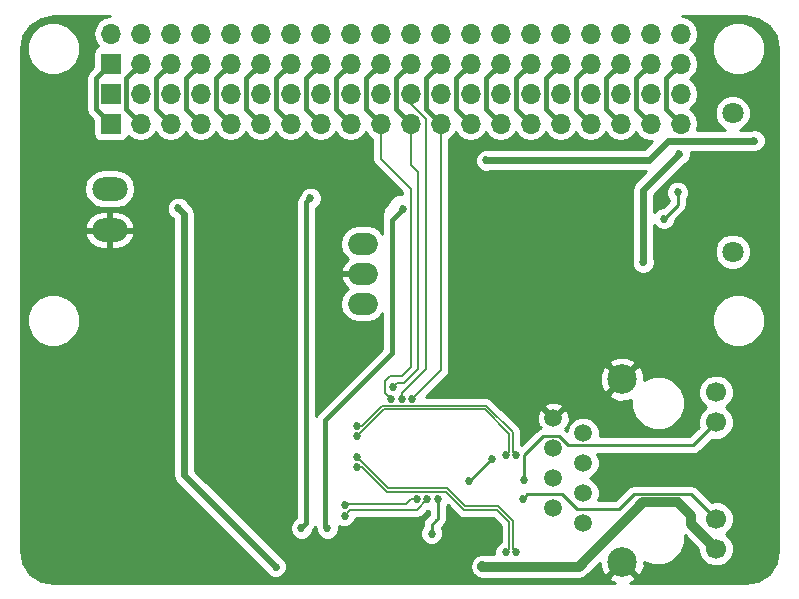
<source format=gbr>
G04 #@! TF.FileFunction,Copper,L2,Bot,Signal*
%FSLAX46Y46*%
G04 Gerber Fmt 4.6, Leading zero omitted, Abs format (unit mm)*
G04 Created by KiCad (PCBNEW 4.0.1-stable) date 19-02-2017 19:17:03*
%MOMM*%
G01*
G04 APERTURE LIST*
%ADD10C,0.100000*%
%ADD11C,1.500000*%
%ADD12C,2.500000*%
%ADD13C,1.700000*%
%ADD14O,2.500000X1.900000*%
%ADD15O,3.000000X2.000000*%
%ADD16R,1.700000X1.700000*%
%ADD17O,1.700000X1.700000*%
%ADD18C,1.800000*%
%ADD19C,0.685800*%
%ADD20C,0.609600*%
%ADD21C,0.406400*%
%ADD22C,0.254000*%
%ADD23C,0.812800*%
%ADD24C,0.152400*%
%ADD25C,0.203200*%
G04 APERTURE END LIST*
D10*
D11*
X-24129000Y16321000D03*
X-26669000Y17591000D03*
X-24129000Y18861000D03*
X-26669000Y20131000D03*
X-24129000Y21401000D03*
X-26669000Y22671000D03*
X-24129000Y23941000D03*
X-26669000Y25211000D03*
D12*
X-20829000Y28516000D03*
X-20829000Y13026000D03*
D13*
X-12879000Y14146000D03*
X-12879000Y16686000D03*
X-12879000Y24856000D03*
X-12879000Y27396000D03*
D14*
X-42792920Y34903640D03*
X-42792920Y37443640D03*
X-42792920Y39983640D03*
D15*
X-64213800Y41139400D03*
X-64213800Y44639400D03*
D16*
X-64130000Y50150000D03*
D17*
X-61590000Y50150000D03*
X-59050000Y50150000D03*
X-56510000Y50150000D03*
X-53970000Y50150000D03*
X-51430000Y50150000D03*
X-48890000Y50150000D03*
X-46350000Y50150000D03*
X-43810000Y50150000D03*
X-41270000Y50150000D03*
X-38730000Y50150000D03*
X-36190000Y50150000D03*
X-33650000Y50150000D03*
X-31110000Y50150000D03*
X-28570000Y50150000D03*
X-26030000Y50150000D03*
X-23490000Y50150000D03*
X-20950000Y50150000D03*
X-18410000Y50150000D03*
X-15870000Y50150000D03*
D16*
X-64130000Y55230000D03*
D17*
X-64130000Y57770000D03*
X-61590000Y55230000D03*
X-61590000Y57770000D03*
X-59050000Y55230000D03*
X-59050000Y57770000D03*
X-56510000Y55230000D03*
X-56510000Y57770000D03*
X-53970000Y55230000D03*
X-53970000Y57770000D03*
X-51430000Y55230000D03*
X-51430000Y57770000D03*
X-48890000Y55230000D03*
X-48890000Y57770000D03*
X-46350000Y55230000D03*
X-46350000Y57770000D03*
X-43810000Y55230000D03*
X-43810000Y57770000D03*
X-41270000Y55230000D03*
X-41270000Y57770000D03*
X-38730000Y55230000D03*
X-38730000Y57770000D03*
X-36190000Y55230000D03*
X-36190000Y57770000D03*
X-33650000Y55230000D03*
X-33650000Y57770000D03*
X-31110000Y55230000D03*
X-31110000Y57770000D03*
X-28570000Y55230000D03*
X-28570000Y57770000D03*
X-26030000Y55230000D03*
X-26030000Y57770000D03*
X-23490000Y55230000D03*
X-23490000Y57770000D03*
X-20950000Y55230000D03*
X-20950000Y57770000D03*
X-18410000Y55230000D03*
X-18410000Y57770000D03*
X-15870000Y55230000D03*
X-15870000Y57770000D03*
D18*
X-11469640Y51042900D03*
X-11469640Y39307900D03*
D16*
X-64130000Y52690000D03*
D17*
X-61590000Y52690000D03*
X-59050000Y52690000D03*
X-56510000Y52690000D03*
X-53970000Y52690000D03*
X-51430000Y52690000D03*
X-48890000Y52690000D03*
X-46350000Y52690000D03*
X-43810000Y52690000D03*
X-41270000Y52690000D03*
X-38730000Y52690000D03*
X-36190000Y52690000D03*
X-33650000Y52690000D03*
X-31110000Y52690000D03*
X-28570000Y52690000D03*
X-26030000Y52690000D03*
X-23490000Y52690000D03*
X-20950000Y52690000D03*
X-18410000Y52690000D03*
X-15870000Y52690000D03*
D19*
X-50164000Y12638000D03*
X-58419000Y42991000D03*
X-32320500Y47042300D03*
X-9651000Y48706000D03*
X-16128000Y44337200D03*
X-17296400Y42102000D03*
X-32687400Y12662000D03*
X-33781000Y19877000D03*
X-31876000Y21782000D03*
X-19049000Y38419000D03*
X-16001000Y47563000D03*
X-36956000Y15432000D03*
X-36448000Y18353000D03*
X-44322000Y17845000D03*
X-38226000Y18353000D03*
X-44322000Y16956000D03*
X-37337000Y18353000D03*
X-29244560Y18408880D03*
X-29107400Y20004000D03*
X-40385000Y26862000D03*
X-40258000Y27878000D03*
X-38607000Y26862000D03*
X-39496000Y26862000D03*
X-43243498Y21044482D03*
X-30660736Y13853579D03*
X-43243498Y21882682D03*
X-29822536Y13853579D03*
X-43244121Y23723360D03*
X-30669500Y22061400D03*
X-43244121Y24561560D03*
X-29831300Y22061400D03*
X-47992300Y15901900D03*
X-47230300Y43841900D03*
X-39394400Y42889400D03*
X-45795200Y15914600D03*
D20*
X-50164000Y12638000D02*
X-57911000Y20385000D01*
X-57911000Y20385000D02*
X-57911000Y42483000D01*
X-57911000Y42483000D02*
X-58419000Y42991000D01*
X-21436321Y47045119D02*
X-32317681Y47045119D01*
X-32317681Y47045119D02*
X-32320500Y47042300D01*
X-9651000Y48706000D02*
X-16925560Y48706000D01*
X-16925560Y48706000D02*
X-18586441Y47045119D01*
X-18586441Y47045119D02*
X-21436321Y47045119D01*
D21*
X-64130000Y55230000D02*
X-65383201Y53976799D01*
X-65383201Y53976799D02*
X-65383201Y51403201D01*
X-65383201Y51403201D02*
X-64130000Y50150000D01*
X-43810000Y55230000D02*
X-45063201Y53976799D01*
X-45063201Y53976799D02*
X-45063201Y51403201D01*
X-45063201Y51403201D02*
X-44659999Y50999999D01*
X-44659999Y50999999D02*
X-43810000Y50150000D01*
X-61590000Y55230000D02*
X-62843201Y53976799D01*
X-62843201Y53976799D02*
X-62843201Y51403201D01*
X-62843201Y51403201D02*
X-62439999Y50999999D01*
X-62439999Y50999999D02*
X-61590000Y50150000D01*
X-59050000Y55230000D02*
X-60303201Y53976799D01*
X-60303201Y53976799D02*
X-60303201Y51403201D01*
X-59899999Y50999999D02*
X-59050000Y50150000D01*
X-60303201Y51403201D02*
X-59899999Y50999999D01*
X-56510000Y55230000D02*
X-57763201Y53976799D01*
X-57763201Y53976799D02*
X-57763201Y51403201D01*
X-57763201Y51403201D02*
X-57359999Y50999999D01*
X-57359999Y50999999D02*
X-56510000Y50150000D01*
X-53970000Y55230000D02*
X-55223201Y53976799D01*
X-55223201Y53976799D02*
X-55223201Y51403201D01*
X-55223201Y51403201D02*
X-54819999Y50999999D01*
X-54819999Y50999999D02*
X-53970000Y50150000D01*
X-33650000Y55230000D02*
X-34903201Y53976799D01*
X-34499999Y50999999D02*
X-33650000Y50150000D01*
X-34903201Y53976799D02*
X-34903201Y51403201D01*
X-34903201Y51403201D02*
X-34499999Y50999999D01*
X-15870000Y55230000D02*
X-17123201Y53976799D01*
X-16719999Y50999999D02*
X-15870000Y50150000D01*
X-17123201Y53976799D02*
X-17123201Y51403201D01*
X-17123201Y51403201D02*
X-16719999Y50999999D01*
X-51430000Y55230000D02*
X-52683201Y53976799D01*
X-52683201Y53976799D02*
X-52683201Y51403201D01*
X-52683201Y51403201D02*
X-52279999Y50999999D01*
X-52279999Y50999999D02*
X-51430000Y50150000D01*
X-48890000Y55230000D02*
X-50143201Y53976799D01*
X-50143201Y53976799D02*
X-50143201Y51403201D01*
X-50143201Y51403201D02*
X-49739999Y50999999D01*
X-49739999Y50999999D02*
X-48890000Y50150000D01*
X-46350000Y55230000D02*
X-47603201Y53976799D01*
X-47603201Y53976799D02*
X-47603201Y51403201D01*
X-47603201Y51403201D02*
X-47199999Y50999999D01*
X-47199999Y50999999D02*
X-46350000Y50150000D01*
X-31110000Y55230000D02*
X-32363201Y53976799D01*
X-31959999Y50999999D02*
X-31110000Y50150000D01*
X-32363201Y53976799D02*
X-32363201Y51403201D01*
X-32363201Y51403201D02*
X-31959999Y50999999D01*
X-28570000Y55230000D02*
X-29823201Y53976799D01*
X-29823201Y53976799D02*
X-29823201Y51403201D01*
X-29823201Y51403201D02*
X-29419999Y50999999D01*
X-29419999Y50999999D02*
X-28570000Y50150000D01*
X-26030000Y55230000D02*
X-27283201Y53976799D01*
X-27283201Y53976799D02*
X-27283201Y51403201D01*
X-27283201Y51403201D02*
X-26879999Y50999999D01*
X-26879999Y50999999D02*
X-26030000Y50150000D01*
X-23490000Y55230000D02*
X-24743201Y53976799D01*
X-24743201Y53976799D02*
X-24743201Y51403201D01*
X-24743201Y51403201D02*
X-24339999Y50999999D01*
X-24339999Y50999999D02*
X-23490000Y50150000D01*
X-20950000Y55230000D02*
X-22203201Y53976799D01*
X-22203201Y53976799D02*
X-22203201Y51403201D01*
X-22203201Y51403201D02*
X-21799999Y50999999D01*
X-21799999Y50999999D02*
X-20950000Y50150000D01*
X-18410000Y55230000D02*
X-19663201Y53976799D01*
X-19663201Y53976799D02*
X-19663201Y51403201D01*
X-19663201Y51403201D02*
X-19259999Y50999999D01*
X-19259999Y50999999D02*
X-18410000Y50150000D01*
D22*
X-17296400Y42102000D02*
X-16128000Y43270400D01*
X-16128000Y43270400D02*
X-16128000Y44337200D01*
D23*
X-12879000Y14146000D02*
X-14985000Y16252000D01*
X-14985000Y16252000D02*
X-14985000Y16956000D01*
X-14985000Y16956000D02*
X-16128000Y18099000D01*
X-16128000Y18099000D02*
X-19049000Y18099000D01*
X-19049000Y18099000D02*
X-24510000Y12638000D01*
X-24510000Y12638000D02*
X-32663400Y12638000D01*
X-32663400Y12638000D02*
X-32687400Y12662000D01*
D22*
X-36956000Y16194000D02*
X-36956000Y15432000D01*
D24*
X-36448000Y16702000D02*
X-36575000Y16575000D01*
D22*
X-36956000Y16194000D02*
X-36575000Y16575000D01*
X-36448000Y18353000D02*
X-36448000Y16702000D01*
X-31876000Y21782000D02*
X-33781000Y19877000D01*
D20*
X-16001000Y47563000D02*
X-19049000Y44515000D01*
X-19049000Y44515000D02*
X-19049000Y38419000D01*
D24*
X-39091933Y17972000D02*
X-44195000Y17972000D01*
X-44195000Y17972000D02*
X-44322000Y17845000D01*
X-38226000Y18353000D02*
X-38710933Y18353000D01*
X-38710933Y18353000D02*
X-39091933Y17972000D01*
X-43837067Y17464000D02*
X-43837067Y17440933D01*
X-43837067Y17440933D02*
X-44322000Y16956000D01*
X-43837067Y17464000D02*
X-38226000Y17464000D01*
X-38226000Y17464000D02*
X-37337000Y18353000D01*
D22*
X-24688679Y17535999D02*
X-25904459Y18751779D01*
X-19841072Y18784811D02*
X-21089884Y17535999D01*
X-21089884Y17535999D02*
X-24688679Y17535999D01*
X-14977811Y18784811D02*
X-19841072Y18784811D01*
X-12879000Y16686000D02*
X-14977811Y18784811D01*
X-28901661Y18751779D02*
X-29244560Y18408880D01*
X-25904459Y18751779D02*
X-28901661Y18751779D01*
X-25386085Y22911599D02*
X-26174887Y23700401D01*
X-27519199Y23700401D02*
X-29107400Y22112200D01*
X-26174887Y23700401D02*
X-27519199Y23700401D01*
X-12879000Y24856000D02*
X-14823401Y22911599D01*
X-29107400Y22112200D02*
X-29107400Y20004000D01*
X-14823401Y22911599D02*
X-25386085Y22911599D01*
D25*
X-40385000Y26862000D02*
X-40893000Y27370000D01*
X-40893000Y27370000D02*
X-40893000Y28386000D01*
X-40893000Y28386000D02*
X-40512000Y28767000D01*
X-38734000Y29529000D02*
X-38734000Y44642000D01*
X-40512000Y28767000D02*
X-39496000Y28767000D01*
X-39496000Y28767000D02*
X-38734000Y29529000D01*
X-38734000Y44642000D02*
X-41270000Y47178000D01*
X-41270000Y47178000D02*
X-41270000Y50150000D01*
D21*
X-41270000Y55230000D02*
X-42523201Y53976799D01*
X-42523201Y53976799D02*
X-42523201Y51403201D01*
X-42523201Y51403201D02*
X-42119999Y50999999D01*
X-42119999Y50999999D02*
X-41270000Y50150000D01*
D25*
X-40258000Y27878000D02*
X-39915101Y28220899D01*
X-39915101Y28220899D02*
X-39280101Y28220899D01*
X-39280101Y28220899D02*
X-38099000Y29402000D01*
X-38099000Y46039000D02*
X-38099000Y29402000D01*
X-38730000Y46670000D02*
X-38099000Y46039000D01*
X-38730000Y50150000D02*
X-38730000Y46670000D01*
D21*
X-38730000Y55230000D02*
X-39983201Y53976799D01*
X-39983201Y53976799D02*
X-39983201Y51403201D01*
X-39983201Y51403201D02*
X-39579999Y50999999D01*
X-39579999Y50999999D02*
X-38730000Y50150000D01*
D25*
X-38607000Y26862000D02*
X-36190000Y29279000D01*
X-36190000Y29279000D02*
X-36190000Y50150000D01*
D21*
X-36190000Y55230000D02*
X-37443201Y53976799D01*
X-37443201Y53976799D02*
X-37443201Y51403201D01*
X-37443201Y51403201D02*
X-37039999Y50999999D01*
X-37039999Y50999999D02*
X-36190000Y50150000D01*
D25*
X-37464000Y29378933D02*
X-37464000Y50517922D01*
X-37464000Y50517922D02*
X-38730000Y51783922D01*
X-38730000Y51783922D02*
X-38730000Y52690000D01*
X-39496000Y26862000D02*
X-39496000Y27346933D01*
X-39496000Y27346933D02*
X-37464000Y29378933D01*
D24*
X-30394035Y14120280D02*
X-30660736Y13853579D01*
X-30394035Y16401509D02*
X-30394035Y14120280D01*
X-34225126Y17438600D02*
X-31431126Y17438600D01*
X-35749126Y18962600D02*
X-34225126Y17438600D01*
X-40754468Y18962600D02*
X-35749126Y18962600D01*
X-42836350Y21044482D02*
X-40754468Y18962600D01*
X-31431126Y17438600D02*
X-30394035Y16401509D01*
X-43243498Y21044482D02*
X-42836350Y21044482D01*
X-30089237Y16527763D02*
X-30089237Y14120280D01*
X-31304874Y17743400D02*
X-30089237Y16527763D01*
X-30089237Y14120280D02*
X-29822536Y13853579D01*
X-40628216Y19267400D02*
X-35622874Y19267400D01*
X-35622874Y19267400D02*
X-34098874Y17743400D01*
X-34098874Y17743400D02*
X-31304874Y17743400D01*
X-43243498Y21882682D02*
X-40628216Y19267400D01*
X-30402799Y22328101D02*
X-30669500Y22061400D01*
X-43244121Y23723360D02*
X-41019881Y25947600D01*
X-32447126Y25947600D02*
X-30402799Y23903273D01*
X-30402799Y23903273D02*
X-30402799Y22328101D01*
X-41019881Y25947600D02*
X-32447126Y25947600D01*
X-32320874Y26252400D02*
X-30098001Y24029527D01*
X-30098001Y22328101D02*
X-29831300Y22061400D01*
X-30098001Y24029527D02*
X-30098001Y22328101D01*
X-43244121Y24561560D02*
X-42836973Y24561560D01*
X-41146133Y26252400D02*
X-32320874Y26252400D01*
X-42836973Y24561560D02*
X-41146133Y26252400D01*
D21*
X-47230300Y43841900D02*
X-47573199Y43499001D01*
X-47573199Y43499001D02*
X-47573199Y16321001D01*
X-47573199Y16321001D02*
X-47992300Y15901900D01*
X-40296100Y41340000D02*
X-40296100Y30748200D01*
X-40296100Y41340000D02*
X-40296100Y41987700D01*
X-40296100Y41987700D02*
X-39394400Y42889400D01*
X-45973000Y25071300D02*
X-45973000Y16092400D01*
X-45973000Y16092400D02*
X-45795200Y15914600D01*
X-40296100Y30748200D02*
X-45973000Y25071300D01*
D22*
G36*
X-64698285Y59171054D02*
X-65180054Y58849147D01*
X-65501961Y58367378D01*
X-65615000Y57799093D01*
X-65615000Y57740907D01*
X-65501961Y57172622D01*
X-65180054Y56690853D01*
X-65178821Y56690029D01*
X-65215317Y56683162D01*
X-65431441Y56544090D01*
X-65576431Y56331890D01*
X-65627440Y56080000D01*
X-65627440Y54917954D01*
X-65975898Y54569496D01*
X-66157597Y54297565D01*
X-66218489Y53991441D01*
X-66221401Y53976799D01*
X-66221401Y51403201D01*
X-66157597Y51082435D01*
X-65975898Y50810504D01*
X-65627440Y50462046D01*
X-65627440Y49300000D01*
X-65583162Y49064683D01*
X-65444090Y48848559D01*
X-65231890Y48703569D01*
X-64980000Y48652560D01*
X-63280000Y48652560D01*
X-63044683Y48696838D01*
X-62828559Y48835910D01*
X-62683569Y49048110D01*
X-62669914Y49115541D01*
X-62640054Y49070853D01*
X-62158285Y48748946D01*
X-61590000Y48635907D01*
X-61021715Y48748946D01*
X-60539946Y49070853D01*
X-60320000Y49400026D01*
X-60100054Y49070853D01*
X-59618285Y48748946D01*
X-59050000Y48635907D01*
X-58481715Y48748946D01*
X-57999946Y49070853D01*
X-57780000Y49400026D01*
X-57560054Y49070853D01*
X-57078285Y48748946D01*
X-56510000Y48635907D01*
X-55941715Y48748946D01*
X-55459946Y49070853D01*
X-55240000Y49400026D01*
X-55020054Y49070853D01*
X-54538285Y48748946D01*
X-53970000Y48635907D01*
X-53401715Y48748946D01*
X-52919946Y49070853D01*
X-52700000Y49400026D01*
X-52480054Y49070853D01*
X-51998285Y48748946D01*
X-51430000Y48635907D01*
X-50861715Y48748946D01*
X-50379946Y49070853D01*
X-50160000Y49400026D01*
X-49940054Y49070853D01*
X-49458285Y48748946D01*
X-48890000Y48635907D01*
X-48321715Y48748946D01*
X-47839946Y49070853D01*
X-47620000Y49400026D01*
X-47400054Y49070853D01*
X-46918285Y48748946D01*
X-46350000Y48635907D01*
X-45781715Y48748946D01*
X-45299946Y49070853D01*
X-45080000Y49400026D01*
X-44860054Y49070853D01*
X-44378285Y48748946D01*
X-43810000Y48635907D01*
X-43241715Y48748946D01*
X-42759946Y49070853D01*
X-42540000Y49400026D01*
X-42320054Y49070853D01*
X-42006600Y48861410D01*
X-42006600Y47178000D01*
X-41950530Y46896115D01*
X-41790855Y46657145D01*
X-39470600Y44336890D01*
X-39470600Y44150705D01*
X-39491130Y44159230D01*
X-39880163Y44159569D01*
X-40239712Y44011007D01*
X-40515040Y43736159D01*
X-40655500Y43397894D01*
X-40888797Y43164597D01*
X-41070496Y42892666D01*
X-41094020Y42774400D01*
X-41134300Y42571900D01*
X-41134300Y40803696D01*
X-41335227Y41104404D01*
X-41849438Y41447989D01*
X-42455991Y41568640D01*
X-43129849Y41568640D01*
X-43736402Y41447989D01*
X-44250613Y41104404D01*
X-44594198Y40590193D01*
X-44714849Y39983640D01*
X-44594198Y39377087D01*
X-44250613Y38862876D01*
X-44013111Y38704182D01*
X-44303487Y38474601D01*
X-44605870Y37932860D01*
X-44633506Y37816228D01*
X-44513504Y37570640D01*
X-42919920Y37570640D01*
X-42919920Y37590640D01*
X-42665920Y37590640D01*
X-42665920Y37570640D01*
X-42645920Y37570640D01*
X-42645920Y37316640D01*
X-42665920Y37316640D01*
X-42665920Y37296640D01*
X-42919920Y37296640D01*
X-42919920Y37316640D01*
X-44513504Y37316640D01*
X-44633506Y37071052D01*
X-44605870Y36954420D01*
X-44303487Y36412679D01*
X-44013111Y36183098D01*
X-44250613Y36024404D01*
X-44594198Y35510193D01*
X-44714849Y34903640D01*
X-44594198Y34297087D01*
X-44250613Y33782876D01*
X-43736402Y33439291D01*
X-43129849Y33318640D01*
X-42455991Y33318640D01*
X-41849438Y33439291D01*
X-41335227Y33782876D01*
X-41134300Y34083584D01*
X-41134300Y31095394D01*
X-46565697Y25663997D01*
X-46734999Y25410619D01*
X-46734999Y42988465D01*
X-46677088Y43012393D01*
X-46401760Y43287241D01*
X-46252570Y43646530D01*
X-46252231Y44035563D01*
X-46400793Y44395112D01*
X-46675641Y44670440D01*
X-47034930Y44819630D01*
X-47423963Y44819969D01*
X-47783512Y44671407D01*
X-48058840Y44396559D01*
X-48208030Y44037270D01*
X-48208038Y44028629D01*
X-48347595Y43819767D01*
X-48364513Y43734712D01*
X-48411399Y43499001D01*
X-48411399Y16786821D01*
X-48545512Y16731407D01*
X-48820840Y16456559D01*
X-48970030Y16097270D01*
X-48970369Y15708237D01*
X-48821807Y15348688D01*
X-48546959Y15073360D01*
X-48187670Y14924170D01*
X-47798637Y14923831D01*
X-47439088Y15072393D01*
X-47163760Y15347241D01*
X-47023300Y15685506D01*
X-46980502Y15728304D01*
X-46798803Y16000235D01*
X-46795835Y16015155D01*
X-46773112Y15900919D01*
X-46773269Y15720937D01*
X-46624707Y15361388D01*
X-46349859Y15086060D01*
X-45990570Y14936870D01*
X-45601537Y14936531D01*
X-45241988Y15085093D01*
X-44966660Y15359941D01*
X-44817470Y15719230D01*
X-44817136Y16102744D01*
X-44517370Y15978270D01*
X-44128337Y15977931D01*
X-43768788Y16126493D01*
X-43493460Y16401341D01*
X-43347521Y16752800D01*
X-38226000Y16752800D01*
X-37953835Y16806937D01*
X-37723106Y16961106D01*
X-37309137Y17375075D01*
X-37210000Y17374989D01*
X-37210000Y17017631D01*
X-37494815Y16732815D01*
X-37659996Y16485605D01*
X-37718000Y16194000D01*
X-37718000Y16053083D01*
X-37784540Y15986659D01*
X-37933730Y15627370D01*
X-37934069Y15238337D01*
X-37785507Y14878788D01*
X-37510659Y14603460D01*
X-37151370Y14454270D01*
X-36762337Y14453931D01*
X-36402788Y14602493D01*
X-36127460Y14877341D01*
X-35978270Y15236630D01*
X-35977931Y15625663D01*
X-36114992Y15957377D01*
X-36036185Y16036184D01*
X-35985315Y16112316D01*
X-35909185Y16163185D01*
X-35744004Y16410395D01*
X-35686000Y16702000D01*
X-35686000Y17731917D01*
X-35619460Y17798341D01*
X-35611009Y17818694D01*
X-34728021Y16935706D01*
X-34625091Y16866931D01*
X-34497290Y16781537D01*
X-34225126Y16727400D01*
X-31725714Y16727400D01*
X-31105235Y16106921D01*
X-31105235Y14728005D01*
X-31213948Y14683086D01*
X-31489276Y14408238D01*
X-31638466Y14048949D01*
X-31638788Y13679400D01*
X-32566744Y13679400D01*
X-32687400Y13703400D01*
X-33085926Y13624128D01*
X-33423781Y13398381D01*
X-33649528Y13060526D01*
X-33728800Y12662000D01*
X-33649528Y12263474D01*
X-33423781Y11925619D01*
X-33399781Y11901619D01*
X-33061927Y11675872D01*
X-32663400Y11596600D01*
X-24510000Y11596600D01*
X-24111473Y11675872D01*
X-23773619Y11901619D01*
X-22712967Y12962271D01*
X-22703250Y12600565D01*
X-22455123Y12001533D01*
X-22162320Y11872285D01*
X-21008605Y13026000D01*
X-21022747Y13040142D01*
X-20843142Y13219747D01*
X-20829000Y13205605D01*
X-20814857Y13219747D01*
X-20635252Y13040142D01*
X-20649395Y13026000D01*
X-19495680Y11872285D01*
X-19202877Y12001533D01*
X-18934612Y12701806D01*
X-18944389Y13065750D01*
X-18235509Y12771397D01*
X-17326479Y12770604D01*
X-16486342Y13117742D01*
X-15843001Y13759961D01*
X-15494397Y14599491D01*
X-15493796Y15288034D01*
X-14363990Y14158228D01*
X-14364257Y13851911D01*
X-14138656Y13305914D01*
X-13721283Y12887812D01*
X-13175681Y12661258D01*
X-12584911Y12660743D01*
X-12038914Y12886344D01*
X-11620812Y13303717D01*
X-11394258Y13849319D01*
X-11393743Y14440089D01*
X-11619344Y14986086D01*
X-12036717Y15404188D01*
X-12064557Y15415748D01*
X-12038914Y15426344D01*
X-11620812Y15843717D01*
X-11394258Y16389319D01*
X-11393743Y16980089D01*
X-11619344Y17526086D01*
X-12036717Y17944188D01*
X-12582319Y18170742D01*
X-13173089Y18171257D01*
X-13253431Y18138061D01*
X-14438996Y19323626D01*
X-14471637Y19345436D01*
X-14686206Y19488807D01*
X-14977811Y19546811D01*
X-19841072Y19546811D01*
X-20132677Y19488807D01*
X-20347246Y19345436D01*
X-20379887Y19323626D01*
X-21405514Y18297999D01*
X-22863123Y18297999D01*
X-22744241Y18584298D01*
X-22743760Y19135285D01*
X-22954169Y19644515D01*
X-23343436Y20034461D01*
X-23575870Y20130976D01*
X-23345485Y20226169D01*
X-22955539Y20615436D01*
X-22744241Y21124298D01*
X-22743760Y21675285D01*
X-22939742Y22149599D01*
X-14823401Y22149599D01*
X-14531796Y22207603D01*
X-14284586Y22372784D01*
X-13253711Y23403659D01*
X-13175681Y23371258D01*
X-12584911Y23370743D01*
X-12038914Y23596344D01*
X-11620812Y24013717D01*
X-11394258Y24559319D01*
X-11393743Y25150089D01*
X-11619344Y25696086D01*
X-12036717Y26114188D01*
X-12064557Y26125748D01*
X-12038914Y26136344D01*
X-11620812Y26553717D01*
X-11394258Y27099319D01*
X-11393743Y27690089D01*
X-11619344Y28236086D01*
X-12036717Y28654188D01*
X-12582319Y28880742D01*
X-13173089Y28881257D01*
X-13719086Y28655656D01*
X-14137188Y28238283D01*
X-14363742Y27692681D01*
X-14364257Y27101911D01*
X-14138656Y26555914D01*
X-13721283Y26137812D01*
X-13693443Y26126252D01*
X-13719086Y26115656D01*
X-14137188Y25698283D01*
X-14363742Y25152681D01*
X-14364257Y24561911D01*
X-14331061Y24481570D01*
X-15139031Y23673599D01*
X-22744233Y23673599D01*
X-22743760Y24215285D01*
X-22954169Y24724515D01*
X-23343436Y25114461D01*
X-23852298Y25325759D01*
X-24403285Y25326240D01*
X-24912515Y25115831D01*
X-25302461Y24726564D01*
X-25513759Y24217702D01*
X-25513847Y24116991D01*
X-25636072Y24239216D01*
X-25642769Y24243691D01*
X-25582426Y24304034D01*
X-25697481Y24419089D01*
X-25456540Y24487077D01*
X-25271799Y25006171D01*
X-25299770Y25556448D01*
X-25456540Y25934923D01*
X-25697483Y26002912D01*
X-26489395Y25211000D01*
X-26475252Y25196857D01*
X-26654857Y25017252D01*
X-26669000Y25031395D01*
X-26683142Y25017252D01*
X-26862747Y25196857D01*
X-26848605Y25211000D01*
X-27640517Y26002912D01*
X-27881460Y25934923D01*
X-28066201Y25415829D01*
X-28038230Y24865552D01*
X-27881460Y24487077D01*
X-27680387Y24430339D01*
X-27810804Y24404397D01*
X-28058015Y24239216D01*
X-29368957Y22928273D01*
X-29386801Y22935682D01*
X-29386801Y24029527D01*
X-29431956Y24256537D01*
X-29440938Y24301692D01*
X-29595107Y24532421D01*
X-31245203Y26182517D01*
X-27460912Y26182517D01*
X-26669000Y25390605D01*
X-25877088Y26182517D01*
X-25945077Y26423460D01*
X-26464171Y26608201D01*
X-27014448Y26580230D01*
X-27392923Y26423460D01*
X-27460912Y26182517D01*
X-31245203Y26182517D01*
X-31817980Y26755294D01*
X-32048709Y26909463D01*
X-32320874Y26963600D01*
X-37463690Y26963600D01*
X-37244610Y27182680D01*
X-21982715Y27182680D01*
X-21853467Y26889877D01*
X-21153194Y26621612D01*
X-20403565Y26641750D01*
X-20063743Y26782509D01*
X-20064396Y26033479D01*
X-19717258Y25193342D01*
X-19075039Y24550001D01*
X-18235509Y24201397D01*
X-17326479Y24200604D01*
X-16486342Y24547742D01*
X-15843001Y25189961D01*
X-15494397Y26029491D01*
X-15493604Y26938521D01*
X-15840742Y27778658D01*
X-16482961Y28421999D01*
X-17322491Y28770603D01*
X-18231521Y28771396D01*
X-18942293Y28477711D01*
X-18954750Y28941435D01*
X-19202877Y29540467D01*
X-19495680Y29669715D01*
X-20649395Y28516000D01*
X-20635252Y28501857D01*
X-20814857Y28322252D01*
X-20829000Y28336395D01*
X-21982715Y27182680D01*
X-37244610Y27182680D01*
X-35669145Y28758145D01*
X-35614322Y28840194D01*
X-22723388Y28840194D01*
X-22703250Y28090565D01*
X-22455123Y27491533D01*
X-22162320Y27362285D01*
X-21008605Y28516000D01*
X-22162320Y29669715D01*
X-22455123Y29540467D01*
X-22723388Y28840194D01*
X-35614322Y28840194D01*
X-35509470Y28997115D01*
X-35453400Y29279000D01*
X-35453400Y29849320D01*
X-21982715Y29849320D01*
X-20829000Y28695605D01*
X-19675285Y29849320D01*
X-19804533Y30142123D01*
X-20504806Y30410388D01*
X-21254435Y30390250D01*
X-21853467Y30142123D01*
X-21982715Y29849320D01*
X-35453400Y29849320D01*
X-35453400Y33057381D01*
X-13235387Y33057381D01*
X-12895845Y32235628D01*
X-12267679Y31606364D01*
X-11446519Y31265389D01*
X-10557381Y31264613D01*
X-9735628Y31604155D01*
X-9106364Y32232321D01*
X-8765389Y33053481D01*
X-8764613Y33942619D01*
X-9104155Y34764372D01*
X-9732321Y35393636D01*
X-10553481Y35734611D01*
X-11442619Y35735387D01*
X-12264372Y35395845D01*
X-12893636Y34767679D01*
X-13234611Y33946519D01*
X-13235387Y33057381D01*
X-35453400Y33057381D01*
X-35453400Y48861410D01*
X-35139946Y49070853D01*
X-34920000Y49400026D01*
X-34700054Y49070853D01*
X-34218285Y48748946D01*
X-33650000Y48635907D01*
X-33081715Y48748946D01*
X-32599946Y49070853D01*
X-32380000Y49400026D01*
X-32160054Y49070853D01*
X-31678285Y48748946D01*
X-31110000Y48635907D01*
X-30541715Y48748946D01*
X-30059946Y49070853D01*
X-29840000Y49400026D01*
X-29620054Y49070853D01*
X-29138285Y48748946D01*
X-28570000Y48635907D01*
X-28001715Y48748946D01*
X-27519946Y49070853D01*
X-27300000Y49400026D01*
X-27080054Y49070853D01*
X-26598285Y48748946D01*
X-26030000Y48635907D01*
X-25461715Y48748946D01*
X-24979946Y49070853D01*
X-24760000Y49400026D01*
X-24540054Y49070853D01*
X-24058285Y48748946D01*
X-23490000Y48635907D01*
X-22921715Y48748946D01*
X-22439946Y49070853D01*
X-22220000Y49400026D01*
X-22000054Y49070853D01*
X-21518285Y48748946D01*
X-20950000Y48635907D01*
X-20381715Y48748946D01*
X-19899946Y49070853D01*
X-19680000Y49400026D01*
X-19460054Y49070853D01*
X-18978285Y48748946D01*
X-18410000Y48635907D01*
X-18303558Y48657080D01*
X-18975719Y47984919D01*
X-32040573Y47984919D01*
X-32125130Y48020030D01*
X-32514163Y48020369D01*
X-32873712Y47871807D01*
X-33149040Y47596959D01*
X-33298230Y47237670D01*
X-33298569Y46848637D01*
X-33150007Y46489088D01*
X-32875159Y46213760D01*
X-32515870Y46064570D01*
X-32126837Y46064231D01*
X-32027396Y46105319D01*
X-18787759Y46105319D01*
X-19713539Y45179539D01*
X-19917262Y44874646D01*
X-19988800Y44515000D01*
X-19988800Y38705715D01*
X-20026730Y38614370D01*
X-20027069Y38225337D01*
X-19878507Y37865788D01*
X-19603659Y37590460D01*
X-19244370Y37441270D01*
X-18855337Y37440931D01*
X-18495788Y37589493D01*
X-18220460Y37864341D01*
X-18071270Y38223630D01*
X-18070931Y38612663D01*
X-18109200Y38705281D01*
X-18109200Y39003909D01*
X-13004905Y39003909D01*
X-12771708Y38439529D01*
X-12340283Y38007349D01*
X-11776310Y37773167D01*
X-11165649Y37772635D01*
X-10601269Y38005832D01*
X-10169089Y38437257D01*
X-9934907Y39001230D01*
X-9934375Y39611891D01*
X-10167572Y40176271D01*
X-10598997Y40608451D01*
X-11162970Y40842633D01*
X-11773631Y40843165D01*
X-12338011Y40609968D01*
X-12770191Y40178543D01*
X-13004373Y39614570D01*
X-13004905Y39003909D01*
X-18109200Y39003909D01*
X-18109200Y41532052D01*
X-17851059Y41273460D01*
X-17491770Y41124270D01*
X-17102737Y41123931D01*
X-16743188Y41272493D01*
X-16467860Y41547341D01*
X-16318670Y41906630D01*
X-16318587Y42002183D01*
X-15589185Y42731585D01*
X-15424004Y42978795D01*
X-15403927Y43079730D01*
X-15366000Y43270400D01*
X-15366000Y43716117D01*
X-15299460Y43782541D01*
X-15150270Y44141830D01*
X-15149931Y44530863D01*
X-15298493Y44890412D01*
X-15573341Y45165740D01*
X-15932630Y45314930D01*
X-16321663Y45315269D01*
X-16681212Y45166707D01*
X-16956540Y44891859D01*
X-17105730Y44532570D01*
X-17106069Y44143537D01*
X-16957507Y43783988D01*
X-16890000Y43716363D01*
X-16890000Y43586030D01*
X-17396043Y43079987D01*
X-17490063Y43080069D01*
X-17849612Y42931507D01*
X-18109200Y42672372D01*
X-18109200Y44125722D01*
X-15539199Y46695723D01*
X-15447788Y46733493D01*
X-15172460Y47008341D01*
X-15023270Y47367630D01*
X-15022931Y47756663D01*
X-15026872Y47766200D01*
X-9937715Y47766200D01*
X-9846370Y47728270D01*
X-9457337Y47727931D01*
X-9097788Y47876493D01*
X-8822460Y48151341D01*
X-8673270Y48510630D01*
X-8672931Y48899663D01*
X-8821493Y49259212D01*
X-9096341Y49534540D01*
X-9455630Y49683730D01*
X-9844663Y49684069D01*
X-9937281Y49645800D01*
X-10831264Y49645800D01*
X-10601269Y49740832D01*
X-10169089Y50172257D01*
X-9934907Y50736230D01*
X-9934375Y51346891D01*
X-10167572Y51911271D01*
X-10598997Y52343451D01*
X-11162970Y52577633D01*
X-11773631Y52578165D01*
X-12338011Y52344968D01*
X-12770191Y51913543D01*
X-13004373Y51349570D01*
X-13004905Y50738909D01*
X-12771708Y50174529D01*
X-12340283Y49742349D01*
X-12107767Y49645800D01*
X-14479505Y49645800D01*
X-14385000Y50120907D01*
X-14385000Y50179093D01*
X-14498039Y50747378D01*
X-14819946Y51229147D01*
X-15105578Y51420000D01*
X-14819946Y51610853D01*
X-14498039Y52092622D01*
X-14385000Y52660907D01*
X-14385000Y52719093D01*
X-14498039Y53287378D01*
X-14819946Y53769147D01*
X-15105578Y53960000D01*
X-14819946Y54150853D01*
X-14498039Y54632622D01*
X-14385000Y55200907D01*
X-14385000Y55259093D01*
X-14498039Y55827378D01*
X-14651721Y56057381D01*
X-13235387Y56057381D01*
X-12895845Y55235628D01*
X-12267679Y54606364D01*
X-11446519Y54265389D01*
X-10557381Y54264613D01*
X-9735628Y54604155D01*
X-9106364Y55232321D01*
X-8765389Y56053481D01*
X-8764613Y56942619D01*
X-9104155Y57764372D01*
X-9732321Y58393636D01*
X-10553481Y58734611D01*
X-11442619Y58735387D01*
X-12264372Y58395845D01*
X-12893636Y57767679D01*
X-13234611Y56946519D01*
X-13235387Y56057381D01*
X-14651721Y56057381D01*
X-14819946Y56309147D01*
X-15105578Y56500000D01*
X-14819946Y56690853D01*
X-14498039Y57172622D01*
X-14385000Y57740907D01*
X-14385000Y57799093D01*
X-14498039Y58367378D01*
X-14819946Y58849147D01*
X-15301715Y59171054D01*
X-15774013Y59265000D01*
X-10437391Y59265000D01*
X-9312390Y59041223D01*
X-8420031Y58444969D01*
X-7823777Y57552610D01*
X-7600000Y56427610D01*
X-7600000Y14072390D01*
X-7823777Y12947390D01*
X-8420031Y12055031D01*
X-9312390Y11458777D01*
X-10437391Y11235000D01*
X-20202582Y11235000D01*
X-19804533Y11399877D01*
X-19675285Y11692680D01*
X-20829000Y12846395D01*
X-21982715Y11692680D01*
X-21853467Y11399877D01*
X-21423076Y11235000D01*
X-68927610Y11235000D01*
X-70052610Y11458777D01*
X-70944969Y12055031D01*
X-71541223Y12947390D01*
X-71765000Y14072391D01*
X-71765000Y33057381D01*
X-71235387Y33057381D01*
X-70895845Y32235628D01*
X-70267679Y31606364D01*
X-69446519Y31265389D01*
X-68557381Y31264613D01*
X-67735628Y31604155D01*
X-67106364Y32232321D01*
X-66765389Y33053481D01*
X-66764613Y33942619D01*
X-67104155Y34764372D01*
X-67732321Y35393636D01*
X-68553481Y35734611D01*
X-69442619Y35735387D01*
X-70264372Y35395845D01*
X-70893636Y34767679D01*
X-71234611Y33946519D01*
X-71235387Y33057381D01*
X-71765000Y33057381D01*
X-71765000Y40758966D01*
X-66303924Y40758966D01*
X-66272944Y40631045D01*
X-65959722Y40073083D01*
X-65456820Y39677458D01*
X-64840800Y39504400D01*
X-64340800Y39504400D01*
X-64340800Y41012400D01*
X-64086800Y41012400D01*
X-64086800Y39504400D01*
X-63586800Y39504400D01*
X-62970780Y39677458D01*
X-62467878Y40073083D01*
X-62154656Y40631045D01*
X-62123676Y40758966D01*
X-62243023Y41012400D01*
X-64086800Y41012400D01*
X-64340800Y41012400D01*
X-66184577Y41012400D01*
X-66303924Y40758966D01*
X-71765000Y40758966D01*
X-71765000Y41519834D01*
X-66303924Y41519834D01*
X-66184577Y41266400D01*
X-64340800Y41266400D01*
X-64340800Y42774400D01*
X-64086800Y42774400D01*
X-64086800Y41266400D01*
X-62243023Y41266400D01*
X-62123676Y41519834D01*
X-62154656Y41647755D01*
X-62467878Y42205717D01*
X-62970780Y42601342D01*
X-63586800Y42774400D01*
X-64086800Y42774400D01*
X-64340800Y42774400D01*
X-64840800Y42774400D01*
X-65456820Y42601342D01*
X-65959722Y42205717D01*
X-66272944Y41647755D01*
X-66303924Y41519834D01*
X-71765000Y41519834D01*
X-71765000Y42797337D01*
X-59397069Y42797337D01*
X-59248507Y42437788D01*
X-58973659Y42162460D01*
X-58881107Y42124029D01*
X-58850800Y42093722D01*
X-58850800Y20385000D01*
X-58779262Y20025354D01*
X-58575539Y19720461D01*
X-51031277Y12176199D01*
X-50993507Y12084788D01*
X-50718659Y11809460D01*
X-50359370Y11660270D01*
X-49970337Y11659931D01*
X-49610788Y11808493D01*
X-49335460Y12083341D01*
X-49186270Y12442630D01*
X-49185931Y12831663D01*
X-49334493Y13191212D01*
X-49609341Y13466540D01*
X-49701893Y13504971D01*
X-56971200Y20774278D01*
X-56971200Y42483000D01*
X-57042738Y42842646D01*
X-57246461Y43147539D01*
X-57551723Y43452801D01*
X-57589493Y43544212D01*
X-57864341Y43819540D01*
X-58223630Y43968730D01*
X-58612663Y43969069D01*
X-58972212Y43820507D01*
X-59247540Y43545659D01*
X-59396730Y43186370D01*
X-59397069Y42797337D01*
X-71765000Y42797337D01*
X-71765000Y44639400D01*
X-66390627Y44639400D01*
X-66266170Y44013713D01*
X-65911747Y43483280D01*
X-65381314Y43128857D01*
X-64755627Y43004400D01*
X-63671973Y43004400D01*
X-63046286Y43128857D01*
X-62515853Y43483280D01*
X-62161430Y44013713D01*
X-62036973Y44639400D01*
X-62161430Y45265087D01*
X-62515853Y45795520D01*
X-63046286Y46149943D01*
X-63671973Y46274400D01*
X-64755627Y46274400D01*
X-65381314Y46149943D01*
X-65911747Y45795520D01*
X-66266170Y45265087D01*
X-66390627Y44639400D01*
X-71765000Y44639400D01*
X-71765000Y56057381D01*
X-71235387Y56057381D01*
X-70895845Y55235628D01*
X-70267679Y54606364D01*
X-69446519Y54265389D01*
X-68557381Y54264613D01*
X-67735628Y54604155D01*
X-67106364Y55232321D01*
X-66765389Y56053481D01*
X-66764613Y56942619D01*
X-67104155Y57764372D01*
X-67732321Y58393636D01*
X-68553481Y58734611D01*
X-69442619Y58735387D01*
X-70264372Y58395845D01*
X-70893636Y57767679D01*
X-71234611Y56946519D01*
X-71235387Y56057381D01*
X-71765000Y56057381D01*
X-71765000Y56427609D01*
X-71541223Y57552610D01*
X-70944969Y58444969D01*
X-70052610Y59041223D01*
X-68927610Y59265000D01*
X-64225987Y59265000D01*
X-64698285Y59171054D01*
X-64698285Y59171054D01*
G37*
X-64698285Y59171054D02*
X-65180054Y58849147D01*
X-65501961Y58367378D01*
X-65615000Y57799093D01*
X-65615000Y57740907D01*
X-65501961Y57172622D01*
X-65180054Y56690853D01*
X-65178821Y56690029D01*
X-65215317Y56683162D01*
X-65431441Y56544090D01*
X-65576431Y56331890D01*
X-65627440Y56080000D01*
X-65627440Y54917954D01*
X-65975898Y54569496D01*
X-66157597Y54297565D01*
X-66218489Y53991441D01*
X-66221401Y53976799D01*
X-66221401Y51403201D01*
X-66157597Y51082435D01*
X-65975898Y50810504D01*
X-65627440Y50462046D01*
X-65627440Y49300000D01*
X-65583162Y49064683D01*
X-65444090Y48848559D01*
X-65231890Y48703569D01*
X-64980000Y48652560D01*
X-63280000Y48652560D01*
X-63044683Y48696838D01*
X-62828559Y48835910D01*
X-62683569Y49048110D01*
X-62669914Y49115541D01*
X-62640054Y49070853D01*
X-62158285Y48748946D01*
X-61590000Y48635907D01*
X-61021715Y48748946D01*
X-60539946Y49070853D01*
X-60320000Y49400026D01*
X-60100054Y49070853D01*
X-59618285Y48748946D01*
X-59050000Y48635907D01*
X-58481715Y48748946D01*
X-57999946Y49070853D01*
X-57780000Y49400026D01*
X-57560054Y49070853D01*
X-57078285Y48748946D01*
X-56510000Y48635907D01*
X-55941715Y48748946D01*
X-55459946Y49070853D01*
X-55240000Y49400026D01*
X-55020054Y49070853D01*
X-54538285Y48748946D01*
X-53970000Y48635907D01*
X-53401715Y48748946D01*
X-52919946Y49070853D01*
X-52700000Y49400026D01*
X-52480054Y49070853D01*
X-51998285Y48748946D01*
X-51430000Y48635907D01*
X-50861715Y48748946D01*
X-50379946Y49070853D01*
X-50160000Y49400026D01*
X-49940054Y49070853D01*
X-49458285Y48748946D01*
X-48890000Y48635907D01*
X-48321715Y48748946D01*
X-47839946Y49070853D01*
X-47620000Y49400026D01*
X-47400054Y49070853D01*
X-46918285Y48748946D01*
X-46350000Y48635907D01*
X-45781715Y48748946D01*
X-45299946Y49070853D01*
X-45080000Y49400026D01*
X-44860054Y49070853D01*
X-44378285Y48748946D01*
X-43810000Y48635907D01*
X-43241715Y48748946D01*
X-42759946Y49070853D01*
X-42540000Y49400026D01*
X-42320054Y49070853D01*
X-42006600Y48861410D01*
X-42006600Y47178000D01*
X-41950530Y46896115D01*
X-41790855Y46657145D01*
X-39470600Y44336890D01*
X-39470600Y44150705D01*
X-39491130Y44159230D01*
X-39880163Y44159569D01*
X-40239712Y44011007D01*
X-40515040Y43736159D01*
X-40655500Y43397894D01*
X-40888797Y43164597D01*
X-41070496Y42892666D01*
X-41094020Y42774400D01*
X-41134300Y42571900D01*
X-41134300Y40803696D01*
X-41335227Y41104404D01*
X-41849438Y41447989D01*
X-42455991Y41568640D01*
X-43129849Y41568640D01*
X-43736402Y41447989D01*
X-44250613Y41104404D01*
X-44594198Y40590193D01*
X-44714849Y39983640D01*
X-44594198Y39377087D01*
X-44250613Y38862876D01*
X-44013111Y38704182D01*
X-44303487Y38474601D01*
X-44605870Y37932860D01*
X-44633506Y37816228D01*
X-44513504Y37570640D01*
X-42919920Y37570640D01*
X-42919920Y37590640D01*
X-42665920Y37590640D01*
X-42665920Y37570640D01*
X-42645920Y37570640D01*
X-42645920Y37316640D01*
X-42665920Y37316640D01*
X-42665920Y37296640D01*
X-42919920Y37296640D01*
X-42919920Y37316640D01*
X-44513504Y37316640D01*
X-44633506Y37071052D01*
X-44605870Y36954420D01*
X-44303487Y36412679D01*
X-44013111Y36183098D01*
X-44250613Y36024404D01*
X-44594198Y35510193D01*
X-44714849Y34903640D01*
X-44594198Y34297087D01*
X-44250613Y33782876D01*
X-43736402Y33439291D01*
X-43129849Y33318640D01*
X-42455991Y33318640D01*
X-41849438Y33439291D01*
X-41335227Y33782876D01*
X-41134300Y34083584D01*
X-41134300Y31095394D01*
X-46565697Y25663997D01*
X-46734999Y25410619D01*
X-46734999Y42988465D01*
X-46677088Y43012393D01*
X-46401760Y43287241D01*
X-46252570Y43646530D01*
X-46252231Y44035563D01*
X-46400793Y44395112D01*
X-46675641Y44670440D01*
X-47034930Y44819630D01*
X-47423963Y44819969D01*
X-47783512Y44671407D01*
X-48058840Y44396559D01*
X-48208030Y44037270D01*
X-48208038Y44028629D01*
X-48347595Y43819767D01*
X-48364513Y43734712D01*
X-48411399Y43499001D01*
X-48411399Y16786821D01*
X-48545512Y16731407D01*
X-48820840Y16456559D01*
X-48970030Y16097270D01*
X-48970369Y15708237D01*
X-48821807Y15348688D01*
X-48546959Y15073360D01*
X-48187670Y14924170D01*
X-47798637Y14923831D01*
X-47439088Y15072393D01*
X-47163760Y15347241D01*
X-47023300Y15685506D01*
X-46980502Y15728304D01*
X-46798803Y16000235D01*
X-46795835Y16015155D01*
X-46773112Y15900919D01*
X-46773269Y15720937D01*
X-46624707Y15361388D01*
X-46349859Y15086060D01*
X-45990570Y14936870D01*
X-45601537Y14936531D01*
X-45241988Y15085093D01*
X-44966660Y15359941D01*
X-44817470Y15719230D01*
X-44817136Y16102744D01*
X-44517370Y15978270D01*
X-44128337Y15977931D01*
X-43768788Y16126493D01*
X-43493460Y16401341D01*
X-43347521Y16752800D01*
X-38226000Y16752800D01*
X-37953835Y16806937D01*
X-37723106Y16961106D01*
X-37309137Y17375075D01*
X-37210000Y17374989D01*
X-37210000Y17017631D01*
X-37494815Y16732815D01*
X-37659996Y16485605D01*
X-37718000Y16194000D01*
X-37718000Y16053083D01*
X-37784540Y15986659D01*
X-37933730Y15627370D01*
X-37934069Y15238337D01*
X-37785507Y14878788D01*
X-37510659Y14603460D01*
X-37151370Y14454270D01*
X-36762337Y14453931D01*
X-36402788Y14602493D01*
X-36127460Y14877341D01*
X-35978270Y15236630D01*
X-35977931Y15625663D01*
X-36114992Y15957377D01*
X-36036185Y16036184D01*
X-35985315Y16112316D01*
X-35909185Y16163185D01*
X-35744004Y16410395D01*
X-35686000Y16702000D01*
X-35686000Y17731917D01*
X-35619460Y17798341D01*
X-35611009Y17818694D01*
X-34728021Y16935706D01*
X-34625091Y16866931D01*
X-34497290Y16781537D01*
X-34225126Y16727400D01*
X-31725714Y16727400D01*
X-31105235Y16106921D01*
X-31105235Y14728005D01*
X-31213948Y14683086D01*
X-31489276Y14408238D01*
X-31638466Y14048949D01*
X-31638788Y13679400D01*
X-32566744Y13679400D01*
X-32687400Y13703400D01*
X-33085926Y13624128D01*
X-33423781Y13398381D01*
X-33649528Y13060526D01*
X-33728800Y12662000D01*
X-33649528Y12263474D01*
X-33423781Y11925619D01*
X-33399781Y11901619D01*
X-33061927Y11675872D01*
X-32663400Y11596600D01*
X-24510000Y11596600D01*
X-24111473Y11675872D01*
X-23773619Y11901619D01*
X-22712967Y12962271D01*
X-22703250Y12600565D01*
X-22455123Y12001533D01*
X-22162320Y11872285D01*
X-21008605Y13026000D01*
X-21022747Y13040142D01*
X-20843142Y13219747D01*
X-20829000Y13205605D01*
X-20814857Y13219747D01*
X-20635252Y13040142D01*
X-20649395Y13026000D01*
X-19495680Y11872285D01*
X-19202877Y12001533D01*
X-18934612Y12701806D01*
X-18944389Y13065750D01*
X-18235509Y12771397D01*
X-17326479Y12770604D01*
X-16486342Y13117742D01*
X-15843001Y13759961D01*
X-15494397Y14599491D01*
X-15493796Y15288034D01*
X-14363990Y14158228D01*
X-14364257Y13851911D01*
X-14138656Y13305914D01*
X-13721283Y12887812D01*
X-13175681Y12661258D01*
X-12584911Y12660743D01*
X-12038914Y12886344D01*
X-11620812Y13303717D01*
X-11394258Y13849319D01*
X-11393743Y14440089D01*
X-11619344Y14986086D01*
X-12036717Y15404188D01*
X-12064557Y15415748D01*
X-12038914Y15426344D01*
X-11620812Y15843717D01*
X-11394258Y16389319D01*
X-11393743Y16980089D01*
X-11619344Y17526086D01*
X-12036717Y17944188D01*
X-12582319Y18170742D01*
X-13173089Y18171257D01*
X-13253431Y18138061D01*
X-14438996Y19323626D01*
X-14471637Y19345436D01*
X-14686206Y19488807D01*
X-14977811Y19546811D01*
X-19841072Y19546811D01*
X-20132677Y19488807D01*
X-20347246Y19345436D01*
X-20379887Y19323626D01*
X-21405514Y18297999D01*
X-22863123Y18297999D01*
X-22744241Y18584298D01*
X-22743760Y19135285D01*
X-22954169Y19644515D01*
X-23343436Y20034461D01*
X-23575870Y20130976D01*
X-23345485Y20226169D01*
X-22955539Y20615436D01*
X-22744241Y21124298D01*
X-22743760Y21675285D01*
X-22939742Y22149599D01*
X-14823401Y22149599D01*
X-14531796Y22207603D01*
X-14284586Y22372784D01*
X-13253711Y23403659D01*
X-13175681Y23371258D01*
X-12584911Y23370743D01*
X-12038914Y23596344D01*
X-11620812Y24013717D01*
X-11394258Y24559319D01*
X-11393743Y25150089D01*
X-11619344Y25696086D01*
X-12036717Y26114188D01*
X-12064557Y26125748D01*
X-12038914Y26136344D01*
X-11620812Y26553717D01*
X-11394258Y27099319D01*
X-11393743Y27690089D01*
X-11619344Y28236086D01*
X-12036717Y28654188D01*
X-12582319Y28880742D01*
X-13173089Y28881257D01*
X-13719086Y28655656D01*
X-14137188Y28238283D01*
X-14363742Y27692681D01*
X-14364257Y27101911D01*
X-14138656Y26555914D01*
X-13721283Y26137812D01*
X-13693443Y26126252D01*
X-13719086Y26115656D01*
X-14137188Y25698283D01*
X-14363742Y25152681D01*
X-14364257Y24561911D01*
X-14331061Y24481570D01*
X-15139031Y23673599D01*
X-22744233Y23673599D01*
X-22743760Y24215285D01*
X-22954169Y24724515D01*
X-23343436Y25114461D01*
X-23852298Y25325759D01*
X-24403285Y25326240D01*
X-24912515Y25115831D01*
X-25302461Y24726564D01*
X-25513759Y24217702D01*
X-25513847Y24116991D01*
X-25636072Y24239216D01*
X-25642769Y24243691D01*
X-25582426Y24304034D01*
X-25697481Y24419089D01*
X-25456540Y24487077D01*
X-25271799Y25006171D01*
X-25299770Y25556448D01*
X-25456540Y25934923D01*
X-25697483Y26002912D01*
X-26489395Y25211000D01*
X-26475252Y25196857D01*
X-26654857Y25017252D01*
X-26669000Y25031395D01*
X-26683142Y25017252D01*
X-26862747Y25196857D01*
X-26848605Y25211000D01*
X-27640517Y26002912D01*
X-27881460Y25934923D01*
X-28066201Y25415829D01*
X-28038230Y24865552D01*
X-27881460Y24487077D01*
X-27680387Y24430339D01*
X-27810804Y24404397D01*
X-28058015Y24239216D01*
X-29368957Y22928273D01*
X-29386801Y22935682D01*
X-29386801Y24029527D01*
X-29431956Y24256537D01*
X-29440938Y24301692D01*
X-29595107Y24532421D01*
X-31245203Y26182517D01*
X-27460912Y26182517D01*
X-26669000Y25390605D01*
X-25877088Y26182517D01*
X-25945077Y26423460D01*
X-26464171Y26608201D01*
X-27014448Y26580230D01*
X-27392923Y26423460D01*
X-27460912Y26182517D01*
X-31245203Y26182517D01*
X-31817980Y26755294D01*
X-32048709Y26909463D01*
X-32320874Y26963600D01*
X-37463690Y26963600D01*
X-37244610Y27182680D01*
X-21982715Y27182680D01*
X-21853467Y26889877D01*
X-21153194Y26621612D01*
X-20403565Y26641750D01*
X-20063743Y26782509D01*
X-20064396Y26033479D01*
X-19717258Y25193342D01*
X-19075039Y24550001D01*
X-18235509Y24201397D01*
X-17326479Y24200604D01*
X-16486342Y24547742D01*
X-15843001Y25189961D01*
X-15494397Y26029491D01*
X-15493604Y26938521D01*
X-15840742Y27778658D01*
X-16482961Y28421999D01*
X-17322491Y28770603D01*
X-18231521Y28771396D01*
X-18942293Y28477711D01*
X-18954750Y28941435D01*
X-19202877Y29540467D01*
X-19495680Y29669715D01*
X-20649395Y28516000D01*
X-20635252Y28501857D01*
X-20814857Y28322252D01*
X-20829000Y28336395D01*
X-21982715Y27182680D01*
X-37244610Y27182680D01*
X-35669145Y28758145D01*
X-35614322Y28840194D01*
X-22723388Y28840194D01*
X-22703250Y28090565D01*
X-22455123Y27491533D01*
X-22162320Y27362285D01*
X-21008605Y28516000D01*
X-22162320Y29669715D01*
X-22455123Y29540467D01*
X-22723388Y28840194D01*
X-35614322Y28840194D01*
X-35509470Y28997115D01*
X-35453400Y29279000D01*
X-35453400Y29849320D01*
X-21982715Y29849320D01*
X-20829000Y28695605D01*
X-19675285Y29849320D01*
X-19804533Y30142123D01*
X-20504806Y30410388D01*
X-21254435Y30390250D01*
X-21853467Y30142123D01*
X-21982715Y29849320D01*
X-35453400Y29849320D01*
X-35453400Y33057381D01*
X-13235387Y33057381D01*
X-12895845Y32235628D01*
X-12267679Y31606364D01*
X-11446519Y31265389D01*
X-10557381Y31264613D01*
X-9735628Y31604155D01*
X-9106364Y32232321D01*
X-8765389Y33053481D01*
X-8764613Y33942619D01*
X-9104155Y34764372D01*
X-9732321Y35393636D01*
X-10553481Y35734611D01*
X-11442619Y35735387D01*
X-12264372Y35395845D01*
X-12893636Y34767679D01*
X-13234611Y33946519D01*
X-13235387Y33057381D01*
X-35453400Y33057381D01*
X-35453400Y48861410D01*
X-35139946Y49070853D01*
X-34920000Y49400026D01*
X-34700054Y49070853D01*
X-34218285Y48748946D01*
X-33650000Y48635907D01*
X-33081715Y48748946D01*
X-32599946Y49070853D01*
X-32380000Y49400026D01*
X-32160054Y49070853D01*
X-31678285Y48748946D01*
X-31110000Y48635907D01*
X-30541715Y48748946D01*
X-30059946Y49070853D01*
X-29840000Y49400026D01*
X-29620054Y49070853D01*
X-29138285Y48748946D01*
X-28570000Y48635907D01*
X-28001715Y48748946D01*
X-27519946Y49070853D01*
X-27300000Y49400026D01*
X-27080054Y49070853D01*
X-26598285Y48748946D01*
X-26030000Y48635907D01*
X-25461715Y48748946D01*
X-24979946Y49070853D01*
X-24760000Y49400026D01*
X-24540054Y49070853D01*
X-24058285Y48748946D01*
X-23490000Y48635907D01*
X-22921715Y48748946D01*
X-22439946Y49070853D01*
X-22220000Y49400026D01*
X-22000054Y49070853D01*
X-21518285Y48748946D01*
X-20950000Y48635907D01*
X-20381715Y48748946D01*
X-19899946Y49070853D01*
X-19680000Y49400026D01*
X-19460054Y49070853D01*
X-18978285Y48748946D01*
X-18410000Y48635907D01*
X-18303558Y48657080D01*
X-18975719Y47984919D01*
X-32040573Y47984919D01*
X-32125130Y48020030D01*
X-32514163Y48020369D01*
X-32873712Y47871807D01*
X-33149040Y47596959D01*
X-33298230Y47237670D01*
X-33298569Y46848637D01*
X-33150007Y46489088D01*
X-32875159Y46213760D01*
X-32515870Y46064570D01*
X-32126837Y46064231D01*
X-32027396Y46105319D01*
X-18787759Y46105319D01*
X-19713539Y45179539D01*
X-19917262Y44874646D01*
X-19988800Y44515000D01*
X-19988800Y38705715D01*
X-20026730Y38614370D01*
X-20027069Y38225337D01*
X-19878507Y37865788D01*
X-19603659Y37590460D01*
X-19244370Y37441270D01*
X-18855337Y37440931D01*
X-18495788Y37589493D01*
X-18220460Y37864341D01*
X-18071270Y38223630D01*
X-18070931Y38612663D01*
X-18109200Y38705281D01*
X-18109200Y39003909D01*
X-13004905Y39003909D01*
X-12771708Y38439529D01*
X-12340283Y38007349D01*
X-11776310Y37773167D01*
X-11165649Y37772635D01*
X-10601269Y38005832D01*
X-10169089Y38437257D01*
X-9934907Y39001230D01*
X-9934375Y39611891D01*
X-10167572Y40176271D01*
X-10598997Y40608451D01*
X-11162970Y40842633D01*
X-11773631Y40843165D01*
X-12338011Y40609968D01*
X-12770191Y40178543D01*
X-13004373Y39614570D01*
X-13004905Y39003909D01*
X-18109200Y39003909D01*
X-18109200Y41532052D01*
X-17851059Y41273460D01*
X-17491770Y41124270D01*
X-17102737Y41123931D01*
X-16743188Y41272493D01*
X-16467860Y41547341D01*
X-16318670Y41906630D01*
X-16318587Y42002183D01*
X-15589185Y42731585D01*
X-15424004Y42978795D01*
X-15403927Y43079730D01*
X-15366000Y43270400D01*
X-15366000Y43716117D01*
X-15299460Y43782541D01*
X-15150270Y44141830D01*
X-15149931Y44530863D01*
X-15298493Y44890412D01*
X-15573341Y45165740D01*
X-15932630Y45314930D01*
X-16321663Y45315269D01*
X-16681212Y45166707D01*
X-16956540Y44891859D01*
X-17105730Y44532570D01*
X-17106069Y44143537D01*
X-16957507Y43783988D01*
X-16890000Y43716363D01*
X-16890000Y43586030D01*
X-17396043Y43079987D01*
X-17490063Y43080069D01*
X-17849612Y42931507D01*
X-18109200Y42672372D01*
X-18109200Y44125722D01*
X-15539199Y46695723D01*
X-15447788Y46733493D01*
X-15172460Y47008341D01*
X-15023270Y47367630D01*
X-15022931Y47756663D01*
X-15026872Y47766200D01*
X-9937715Y47766200D01*
X-9846370Y47728270D01*
X-9457337Y47727931D01*
X-9097788Y47876493D01*
X-8822460Y48151341D01*
X-8673270Y48510630D01*
X-8672931Y48899663D01*
X-8821493Y49259212D01*
X-9096341Y49534540D01*
X-9455630Y49683730D01*
X-9844663Y49684069D01*
X-9937281Y49645800D01*
X-10831264Y49645800D01*
X-10601269Y49740832D01*
X-10169089Y50172257D01*
X-9934907Y50736230D01*
X-9934375Y51346891D01*
X-10167572Y51911271D01*
X-10598997Y52343451D01*
X-11162970Y52577633D01*
X-11773631Y52578165D01*
X-12338011Y52344968D01*
X-12770191Y51913543D01*
X-13004373Y51349570D01*
X-13004905Y50738909D01*
X-12771708Y50174529D01*
X-12340283Y49742349D01*
X-12107767Y49645800D01*
X-14479505Y49645800D01*
X-14385000Y50120907D01*
X-14385000Y50179093D01*
X-14498039Y50747378D01*
X-14819946Y51229147D01*
X-15105578Y51420000D01*
X-14819946Y51610853D01*
X-14498039Y52092622D01*
X-14385000Y52660907D01*
X-14385000Y52719093D01*
X-14498039Y53287378D01*
X-14819946Y53769147D01*
X-15105578Y53960000D01*
X-14819946Y54150853D01*
X-14498039Y54632622D01*
X-14385000Y55200907D01*
X-14385000Y55259093D01*
X-14498039Y55827378D01*
X-14651721Y56057381D01*
X-13235387Y56057381D01*
X-12895845Y55235628D01*
X-12267679Y54606364D01*
X-11446519Y54265389D01*
X-10557381Y54264613D01*
X-9735628Y54604155D01*
X-9106364Y55232321D01*
X-8765389Y56053481D01*
X-8764613Y56942619D01*
X-9104155Y57764372D01*
X-9732321Y58393636D01*
X-10553481Y58734611D01*
X-11442619Y58735387D01*
X-12264372Y58395845D01*
X-12893636Y57767679D01*
X-13234611Y56946519D01*
X-13235387Y56057381D01*
X-14651721Y56057381D01*
X-14819946Y56309147D01*
X-15105578Y56500000D01*
X-14819946Y56690853D01*
X-14498039Y57172622D01*
X-14385000Y57740907D01*
X-14385000Y57799093D01*
X-14498039Y58367378D01*
X-14819946Y58849147D01*
X-15301715Y59171054D01*
X-15774013Y59265000D01*
X-10437391Y59265000D01*
X-9312390Y59041223D01*
X-8420031Y58444969D01*
X-7823777Y57552610D01*
X-7600000Y56427610D01*
X-7600000Y14072390D01*
X-7823777Y12947390D01*
X-8420031Y12055031D01*
X-9312390Y11458777D01*
X-10437391Y11235000D01*
X-20202582Y11235000D01*
X-19804533Y11399877D01*
X-19675285Y11692680D01*
X-20829000Y12846395D01*
X-21982715Y11692680D01*
X-21853467Y11399877D01*
X-21423076Y11235000D01*
X-68927610Y11235000D01*
X-70052610Y11458777D01*
X-70944969Y12055031D01*
X-71541223Y12947390D01*
X-71765000Y14072391D01*
X-71765000Y33057381D01*
X-71235387Y33057381D01*
X-70895845Y32235628D01*
X-70267679Y31606364D01*
X-69446519Y31265389D01*
X-68557381Y31264613D01*
X-67735628Y31604155D01*
X-67106364Y32232321D01*
X-66765389Y33053481D01*
X-66764613Y33942619D01*
X-67104155Y34764372D01*
X-67732321Y35393636D01*
X-68553481Y35734611D01*
X-69442619Y35735387D01*
X-70264372Y35395845D01*
X-70893636Y34767679D01*
X-71234611Y33946519D01*
X-71235387Y33057381D01*
X-71765000Y33057381D01*
X-71765000Y40758966D01*
X-66303924Y40758966D01*
X-66272944Y40631045D01*
X-65959722Y40073083D01*
X-65456820Y39677458D01*
X-64840800Y39504400D01*
X-64340800Y39504400D01*
X-64340800Y41012400D01*
X-64086800Y41012400D01*
X-64086800Y39504400D01*
X-63586800Y39504400D01*
X-62970780Y39677458D01*
X-62467878Y40073083D01*
X-62154656Y40631045D01*
X-62123676Y40758966D01*
X-62243023Y41012400D01*
X-64086800Y41012400D01*
X-64340800Y41012400D01*
X-66184577Y41012400D01*
X-66303924Y40758966D01*
X-71765000Y40758966D01*
X-71765000Y41519834D01*
X-66303924Y41519834D01*
X-66184577Y41266400D01*
X-64340800Y41266400D01*
X-64340800Y42774400D01*
X-64086800Y42774400D01*
X-64086800Y41266400D01*
X-62243023Y41266400D01*
X-62123676Y41519834D01*
X-62154656Y41647755D01*
X-62467878Y42205717D01*
X-62970780Y42601342D01*
X-63586800Y42774400D01*
X-64086800Y42774400D01*
X-64340800Y42774400D01*
X-64840800Y42774400D01*
X-65456820Y42601342D01*
X-65959722Y42205717D01*
X-66272944Y41647755D01*
X-66303924Y41519834D01*
X-71765000Y41519834D01*
X-71765000Y42797337D01*
X-59397069Y42797337D01*
X-59248507Y42437788D01*
X-58973659Y42162460D01*
X-58881107Y42124029D01*
X-58850800Y42093722D01*
X-58850800Y20385000D01*
X-58779262Y20025354D01*
X-58575539Y19720461D01*
X-51031277Y12176199D01*
X-50993507Y12084788D01*
X-50718659Y11809460D01*
X-50359370Y11660270D01*
X-49970337Y11659931D01*
X-49610788Y11808493D01*
X-49335460Y12083341D01*
X-49186270Y12442630D01*
X-49185931Y12831663D01*
X-49334493Y13191212D01*
X-49609341Y13466540D01*
X-49701893Y13504971D01*
X-56971200Y20774278D01*
X-56971200Y42483000D01*
X-57042738Y42842646D01*
X-57246461Y43147539D01*
X-57551723Y43452801D01*
X-57589493Y43544212D01*
X-57864341Y43819540D01*
X-58223630Y43968730D01*
X-58612663Y43969069D01*
X-58972212Y43820507D01*
X-59247540Y43545659D01*
X-59396730Y43186370D01*
X-59397069Y42797337D01*
X-71765000Y42797337D01*
X-71765000Y44639400D01*
X-66390627Y44639400D01*
X-66266170Y44013713D01*
X-65911747Y43483280D01*
X-65381314Y43128857D01*
X-64755627Y43004400D01*
X-63671973Y43004400D01*
X-63046286Y43128857D01*
X-62515853Y43483280D01*
X-62161430Y44013713D01*
X-62036973Y44639400D01*
X-62161430Y45265087D01*
X-62515853Y45795520D01*
X-63046286Y46149943D01*
X-63671973Y46274400D01*
X-64755627Y46274400D01*
X-65381314Y46149943D01*
X-65911747Y45795520D01*
X-66266170Y45265087D01*
X-66390627Y44639400D01*
X-71765000Y44639400D01*
X-71765000Y56057381D01*
X-71235387Y56057381D01*
X-70895845Y55235628D01*
X-70267679Y54606364D01*
X-69446519Y54265389D01*
X-68557381Y54264613D01*
X-67735628Y54604155D01*
X-67106364Y55232321D01*
X-66765389Y56053481D01*
X-66764613Y56942619D01*
X-67104155Y57764372D01*
X-67732321Y58393636D01*
X-68553481Y58734611D01*
X-69442619Y58735387D01*
X-70264372Y58395845D01*
X-70893636Y57767679D01*
X-71234611Y56946519D01*
X-71235387Y56057381D01*
X-71765000Y56057381D01*
X-71765000Y56427609D01*
X-71541223Y57552610D01*
X-70944969Y58444969D01*
X-70052610Y59041223D01*
X-68927610Y59265000D01*
X-64225987Y59265000D01*
X-64698285Y59171054D01*
M02*

</source>
